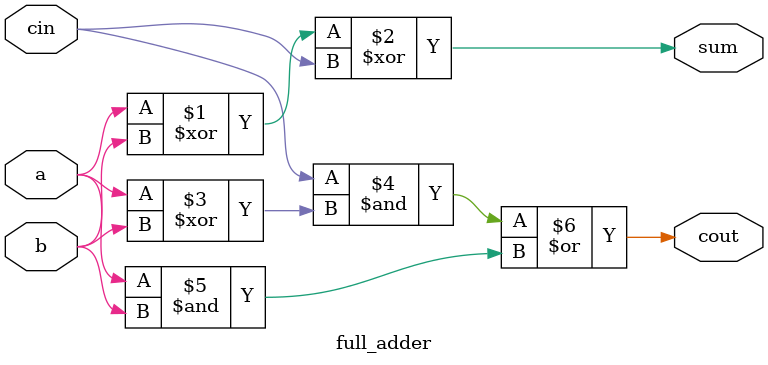
<source format=v>
`timescale 1ns / 1ps
  module full_adder 
  (
//------------------------------------------------------------------------------
// INPUT DECLARATION
//------------------------------------------------------------------------------ 
    input a,			// input a declaration 
    input b,			// input b declaration
    input cin,			// input cin declaration 
//------------------------------------------------------------------------------
// OUTPUT DECLARATION
//------------------------------------------------------------------------------
    output sum,			// output full adder sum declaration 
    output cout			// output full adder carry out declaration 
  ); 
//------------------------------------------------------------------------------
// FULL ADDER LOGIC
//------------------------------------------------------------------------------
  assign sum  =  a ^ b ^ cin 	;
  assign cout =  cin & (a ^ b) | (a & b)   ;
  
endmodule 

</source>
